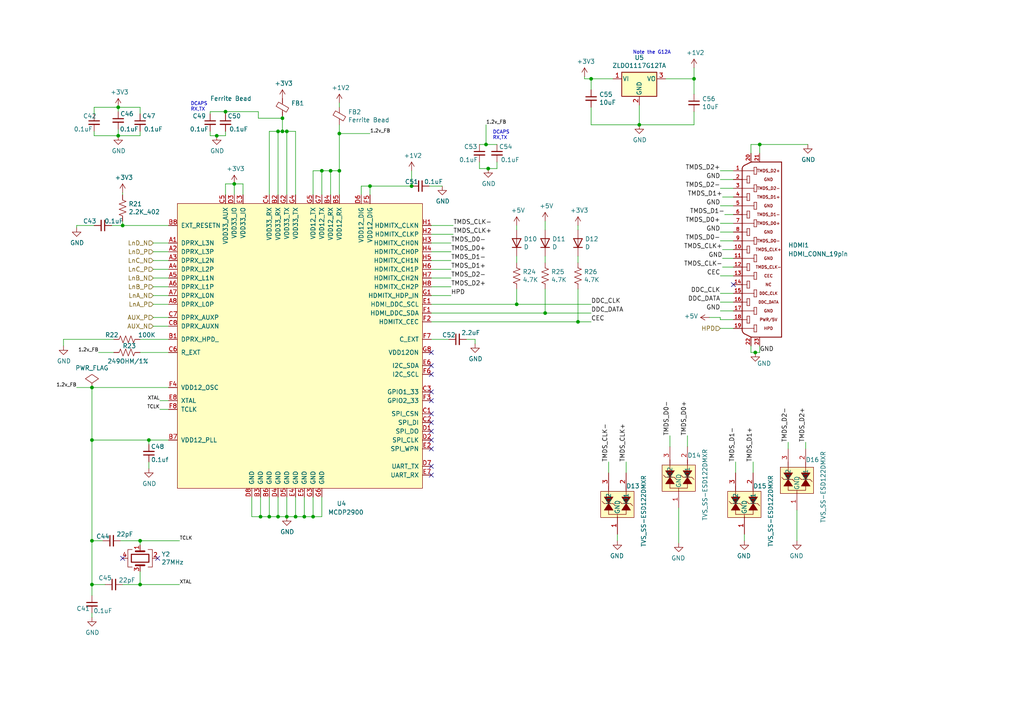
<source format=kicad_sch>
(kicad_sch (version 20211123) (generator eeschema)
  (paper "A4")
  (title_block (title "USB HUB ") (date "2022-08-30") (rev "1.0") (company "N/A") (comment 2 "Reviewed by: ") (comment 3 "Designer by: Robert Mutura"))
  (lib_symbols
    (symbol "Device:C_Small" (pin_numbers hide) (pin_names (offset 0.254) hide)
      (property "Reference" "C" (at 0.254 1.778 0))
      (property "Value" "C_Small" (at 0.254 -2.032 0))
      (symbol "C_Small_1_1"
        (pin passive line (at 0 2.54 270) (length 2.032) (name "~") (number "1"))
        (pin passive line (at 0 -2.54 90) (length 2.032) (name "~") (number "2"))
      )
    )
    (symbol "Device:Crystal_GND24" (pin_names (offset 1.016) hide)
      (property "Reference" "Y" (at 3.175 5.08 0))
      (property "Value" "Crystal_GND24" (at 3.175 3.175 0))
      (symbol "Crystal_GND24_1_1"
        (pin passive line (at -3.81 0 0) (length 1.27) (name "1") (number "1"))
        (pin passive line (at 0 5.08 270) (length 1.27) (name "2") (number "2"))
        (pin passive line (at 3.81 0 180) (length 1.27) (name "3") (number "3"))
        (pin passive line (at 0 -5.08 90) (length 1.27) (name "4") (number "4"))
      )
    )
    (symbol "Device:D" (pin_numbers hide) (pin_names (offset 1.016) hide)
      (property "Reference" "D" (at 0 2.54 0))
      (property "Value" "D" (at 0 -2.54 0))
      (symbol "D_1_1"
        (pin passive line (at -3.81 0 0) (length 2.54) (name "K") (number "1"))
        (pin passive line (at 3.81 0 180) (length 2.54) (name "A") (number "2"))
      )
    )
    (symbol "Device:Ferrite_Bead_Small" (pin_numbers hide) (pin_names (offset 0))
      (property "Reference" "FB" (at 1.905 1.27 0))
      (property "Value" "Device_Ferrite_Bead_Small" (at 1.905 -1.27 0))
      (symbol "Ferrite_Bead_Small_1_1"
        (pin passive line (at 0 2.54 270) (length 1.27) (name "~") (number "1"))
        (pin passive line (at 0 -2.54 90) (length 1.27) (name "~") (number "2"))
      )
    )
    (symbol "Device:R_US" (pin_numbers hide) (pin_names (offset 0))
      (property "Reference" "R" (at 2.54 0 90))
      (property "Value" "R_US" (at -2.54 0 90))
      (symbol "R_US_1_1"
        (pin passive line (at 0 3.81 270) (length 1.27) (name "~") (number "1"))
        (pin passive line (at 0 -3.81 90) (length 1.27) (name "~") (number "2"))
      )
    )
    (symbol "GCL_Connector&USBs:HDMI_CONN_19pin" (pin_names (offset 1.016) hide)
      (property "Reference" "HDMI1" (at -6.35 26.67 0))
      (property "Value" "HDMI_CONN_19pin" (at -5.08 29.21 0))
      (symbol "HDMI_CONN_19pin_0_0"
        (text "CEC" (at -5.08 -7.62 0) (effects (font (size 0.85 0.85))))
        (text "DDC_CLK" (at -5.08 -12.7 0) (effects (font (size 0.8 0.8))))
        (text "DDC_DATA" (at -5.08 -15.24 0) (effects (font (size 0.8 0.8))))
        (text "GND" (at -5.08 -17.78 0) (effects (font (size 0.85 0.85))))
        (text "GND" (at -5.08 -2.54 0) (effects (font (size 0.85 0.85))))
        (text "GND" (at -5.08 5.08 0) (effects (font (size 0.85 0.85))))
        (text "GND" (at -5.08 12.7 0) (effects (font (size 0.85 0.85))))
        (text "GND" (at -5.08 20.32 0) (effects (font (size 0.85 0.85))))
        (text "HPD" (at -5.08 -22.86 0) (effects (font (size 0.85 0.85))))
        (text "NC" (at -5.08 -10.16 0) (effects (font (size 0.85 0.85))))
        (text "PWR/5V" (at -5.08 -20.32 0) (effects (font (size 0.85 0.85))))
        (text "TMDS_CLK+" (at -5.08 0 0) (effects (font (size 0.85 0.85))))
        (text "TMDS_CLK-" (at -5.08 -5.08 0) (effects (font (size 0.85 0.85))))
        (text "TMDS_D0+" (at -5.08 7.62 0) (effects (font (size 0.85 0.85))))
        (text "TMDS_D0-" (at -5.08 2.54 0) (effects (font (size 0.85 0.85))))
        (text "TMDS_D1+" (at -5.08 15.24 0) (effects (font (size 0.85 0.85))))
        (text "TMDS_D1-" (at -5.08 10.16 0) (effects (font (size 0.85 0.85))))
        (text "TMDS_D2+" (at -5.08 22.86 0) (effects (font (size 0.85 0.85))))
        (text "TMDS_D2-" (at -5.08 17.78 0) (effects (font (size 0.85 0.85))))
      )
      (symbol "HDMI_CONN_19pin_1_1"
        (pin input line (at 5.08 22.86 180) (length 2.54) (name "1") (number "1"))
        (pin input line (at 5.08 0 180) (length 2.54) (name "10") (number "10"))
        (pin input line (at 5.08 -2.54 180) (length 2.54) (name "11") (number "11"))
        (pin input line (at 5.08 -5.08 180) (length 2.54) (name "12") (number "12"))
        (pin input line (at 5.08 -7.62 180) (length 2.54) (name "13") (number "13"))
        (pin input line (at 5.08 -10.16 180) (length 2.54) (name "14") (number "14"))
        (pin input line (at 5.08 -12.7 180) (length 2.54) (name "15") (number "15"))
        (pin input line (at 5.08 -15.24 180) (length 2.54) (name "16") (number "16"))
        (pin input line (at 5.08 -17.78 180) (length 2.54) (name "17") (number "17"))
        (pin input line (at 5.08 -20.32 180) (length 2.54) (name "18") (number "18"))
        (pin input line (at 5.08 -22.86 180) (length 2.54) (name "19") (number "19"))
        (pin input line (at 5.08 20.32 180) (length 2.54) (name "2") (number "2"))
        (pin input line (at 0 27.94 270) (length 2.54) (name "20") (number "20"))
        (pin input line (at -2.54 27.94 270) (length 2.54) (name "21") (number "21"))
        (pin input line (at 0 -27.94 90) (length 2.54) (name "22") (number "22"))
        (pin input line (at -2.54 -27.94 90) (length 2.54) (name "23") (number "23"))
        (pin input line (at 5.08 17.78 180) (length 2.54) (name "3") (number "3"))
        (pin input line (at 5.08 15.24 180) (length 2.54) (name "4") (number "4"))
        (pin input line (at 5.08 12.7 180) (length 2.54) (name "5") (number "5"))
        (pin input line (at 5.08 10.16 180) (length 2.54) (name "6") (number "6"))
        (pin input line (at 5.08 7.62 180) (length 2.54) (name "7") (number "7"))
        (pin input line (at 5.08 5.08 180) (length 2.54) (name "8") (number "8"))
        (pin input line (at 5.08 2.54 180) (length 2.54) (name "9") (number "9"))
      )
    )
    (symbol "GCL_Integrated-Circuits:TVS_SS-ESD122DMXR" (pin_names (offset 0.762))
      (property "Reference" "D10" (at 12.7 -5.08 0))
      (property "Value" "TVS_SS-ESD122DMXR" (at 12.065 -18.415 0))
      (symbol "TVS_SS-ESD122DMXR_0_0"
        (pin power_in line (at 21.59 -11.43 180) (length 5.08) (name "GND") (number "1"))
        (pin passive line (at 3.81 -8.89 0) (length 5.08) (name "IO1") (number "2"))
        (pin passive line (at 3.81 -13.97 0) (length 5.08) (name "IO2") (number "3"))
      )
    )
    (symbol "Regulator_Linear:LF85_TO220" (pin_names (offset 0.254))
      (property "Reference" "U" (at -3.81 3.175 0))
      (property "Value" "LF85_TO220" (at 0 3.175 0))
      (symbol "LF85_TO220_1_1"
        (pin power_in line (at -7.62 0 0) (length 2.54) (name "VI") (number "1"))
        (pin power_in line (at 0 -7.62 90) (length 2.54) (name "GND") (number "2"))
        (pin power_out line (at 7.62 0 180) (length 2.54) (name "VO") (number "3"))
      )
    )
    (symbol "USB_C_HUB-rescue:+3.3V-OLIMEX_Power" (power) (pin_names (offset 0))
      (property "Value" "+3.3V-OLIMEX_Power" (at 0 3.556 0))
      (symbol "+3.3V-OLIMEX_Power_1_1"
        (pin power_in line (at 0 0 90) (length 0) hide (name "+3V3") (number "1"))
      )
    )
    (symbol "USB_C_HUB-rescue:+5V-OLIMEX_Power" (power) (pin_names (offset 0))
      (property "Value" "+5V-OLIMEX_Power" (at 0 3.556 0))
      (symbol "+5V-OLIMEX_Power_1_1"
        (pin power_in line (at 0 0 90) (length 0) hide (name "+5V") (number "1"))
      )
    )
    (symbol "USB_C_HUB-rescue:GND-OLIMEX_Power" (power) (pin_names (offset 0))
      (property "Value" "GND-OLIMEX_Power" (at 0 -3.81 0))
      (symbol "GND-OLIMEX_Power_1_1"
        (pin power_in line (at 0 0 270) (length 0) hide (name "GND") (number "1"))
      )
    )
    (symbol "USB_C_HUB-rescue:MCDP2900-usb_hub" (pin_names (offset 1.016))
      (property "Reference" "U" (at -33.02 3.81 0))
      (property "Value" "MCDP2900-usb_hub" (at -33.02 1.27 0))
      (symbol "MCDP2900-usb_hub_0_0"
        (pin power_in line (at -2.54 2.54 270) (length 2.54) (name "VDD33_RX") (number "B2"))
        (pin power_in line (at -7.62 -85.09 90) (length 2.54) (name "GND") (number "B3"))
        (pin power_in line (at 12.7 2.54 270) (length 2.54) (name "VDD12_RX") (number "B4"))
        (pin power_in line (at 15.24 2.54 270) (length 2.54) (name "VDD12_RX") (number "B5"))
        (pin power_in line (at -5.08 -85.09 90) (length 2.54) (name "GND") (number "B6"))
        (pin power_in line (at -34.29 -68.58 0) (length 2.54) (name "VDD12_PLL") (number "B7"))
        (pin power_in line (at -5.08 2.54 270) (length 2.54) (name "VDD33_RX") (number "C4"))
        (pin power_in line (at -17.78 2.54 270) (length 2.54) (name "VDD33_AUX") (number "C5"))
        (pin power_in line (at -15.24 2.54 270) (length 2.54) (name "VDD33_IO") (number "D3"))
        (pin power_in line (at -2.54 -85.09 90) (length 2.54) (name "GND") (number "D4"))
        (pin power_in line (at 0 -85.09 90) (length 2.54) (name "GND") (number "D5"))
        (pin power_in line (at 21.59 2.54 270) (length 2.54) (name "VDD12_DIG") (number "D6"))
        (pin power_in line (at -10.16 -85.09 90) (length 2.54) (name "GND") (number "D8"))
        (pin power_in line (at -12.7 2.54 270) (length 2.54) (name "VDD33_IO") (number "E3"))
        (pin power_in line (at 2.54 -85.09 90) (length 2.54) (name "GND") (number "E4"))
        (pin power_in line (at 5.08 -85.09 90) (length 2.54) (name "GND") (number "E5"))
        (pin power_in line (at -34.29 -53.34 0) (length 2.54) (name "VDD12_OSC") (number "F4"))
        (pin power_in line (at 24.13 2.54 270) (length 2.54) (name "VDD12_DIG") (number "F5"))
        (pin power_in line (at 0 2.54 270) (length 2.54) (name "VDD33_TX") (number "G2"))
        (pin power_in line (at 7.62 -85.09 90) (length 2.54) (name "GND") (number "G3"))
        (pin power_in line (at 2.54 2.54 270) (length 2.54) (name "VDD33_TX") (number "G4"))
        (pin power_in line (at 7.62 2.54 270) (length 2.54) (name "VDD12_TX") (number "G5"))
        (pin power_in line (at 10.16 -85.09 90) (length 2.54) (name "GND") (number "G6"))
        (pin power_in line (at 10.16 2.54 270) (length 2.54) (name "VDD12_TX") (number "G7"))
      )
      (symbol "MCDP2900-usb_hub_1_1"
        (pin input line (at -34.29 -11.43 0) (length 2.54) (name "DPRX_L3N") (number "A1"))
        (pin input line (at -34.29 -13.97 0) (length 2.54) (name "DPRX_L3P") (number "A2"))
        (pin input line (at -34.29 -16.51 0) (length 2.54) (name "DPRX_L2N") (number "A3"))
        (pin input line (at -34.29 -19.05 0) (length 2.54) (name "DPRX_L2P") (number "A4"))
        (pin input line (at -34.29 -21.59 0) (length 2.54) (name "DPRX_L1N") (number "A5"))
        (pin input line (at -34.29 -24.13 0) (length 2.54) (name "DPRX_L1P") (number "A6"))
        (pin input line (at -34.29 -26.67 0) (length 2.54) (name "DPRX_L0N") (number "A7"))
        (pin input line (at -34.29 -29.21 0) (length 2.54) (name "DPRX_L0P") (number "A8"))
        (pin input line (at -34.29 -39.37 0) (length 2.54) (name "DPRX_HPD_") (number "B1"))
        (pin input line (at -34.29 -6.35 0) (length 2.54) (name "EXT_RESETN") (number "B8"))
        (pin output line (at 41.91 -60.96 180) (length 2.54) (name "SPI_CSN") (number "C1"))
        (pin input line (at 41.91 -63.5 180) (length 2.54) (name "SPI_DI") (number "C2"))
        (pin output line (at 41.91 -54.61 180) (length 2.54) (name "GPIO1_33") (number "C3"))
        (pin input line (at -34.29 -43.18 0) (length 2.54) (name "R_EXT") (number "C6"))
        (pin input line (at -34.29 -33.02 0) (length 2.54) (name "DPRX_AUXP") (number "C7"))
        (pin input line (at -34.29 -35.56 0) (length 2.54) (name "DPRX_AUXN") (number "C8"))
        (pin input line (at 41.91 -66.04 180) (length 2.54) (name "SPI_DO") (number "D1"))
        (pin output line (at 41.91 -68.58 180) (length 2.54) (name "SPI_CLK") (number "D2"))
        (pin output line (at 41.91 -76.2 180) (length 2.54) (name "UART_TX") (number "D7"))
        (pin output line (at 41.91 -29.21 180) (length 2.54) (name "HDMI_DDC_SCL") (number "E1"))
        (pin output line (at 41.91 -71.12 180) (length 2.54) (name "SPI_WPN") (number "E2"))
        (pin output line (at 41.91 -46.99 180) (length 2.54) (name "I2C_SDA") (number "E6"))
        (pin output line (at 41.91 -78.74 180) (length 2.54) (name "UART_RX") (number "E7"))
        (pin input line (at -34.29 -57.15 0) (length 2.54) (name "XTAL") (number "E8"))
        (pin output line (at 41.91 -31.75 180) (length 2.54) (name "HDMI_DDC_SDA") (number "F1"))
        (pin output line (at 41.91 -34.29 180) (length 2.54) (name "HDMITX_CEC") (number "F2"))
        (pin output line (at 41.91 -57.15 180) (length 2.54) (name "GPIO2_33") (number "F3"))
        (pin output line (at 41.91 -49.53 180) (length 2.54) (name "I2C_SCL") (number "F6"))
        (pin output line (at 41.91 -39.37 180) (length 2.54) (name "C_EXT") (number "F7"))
        (pin input line (at -34.29 -59.69 0) (length 2.54) (name "TCLK") (number "F8"))
        (pin input line (at 41.91 -26.67 180) (length 2.54) (name "HDMITX_HDP_IN") (number "G1"))
        (pin output line (at 41.91 -43.18 180) (length 2.54) (name "VDD12ON") (number "G8"))
        (pin output line (at 41.91 -6.35 180) (length 2.54) (name "HDMITX_CLKN") (number "H1"))
        (pin output line (at 41.91 -8.89 180) (length 2.54) (name "HDMITX_CLKP") (number "H2"))
        (pin output line (at 41.91 -11.43 180) (length 2.54) (name "HDMITX_CH0N") (number "H3"))
        (pin output line (at 41.91 -13.97 180) (length 2.54) (name "HDMITX_CH0P") (number "H4"))
        (pin output line (at 41.91 -16.51 180) (length 2.54) (name "HDMITX_CH1N") (number "H5"))
        (pin output line (at 41.91 -19.05 180) (length 2.54) (name "HDMITX_CH1P") (number "H6"))
        (pin output line (at 41.91 -21.59 180) (length 2.54) (name "HDMITX_CH2N") (number "H7"))
        (pin output line (at 41.91 -24.13 180) (length 2.54) (name "HDMITX_CH2P") (number "H8"))
      )
    )
    (symbol "USB_C_HUB-rescue:PWR_FLAG-OLIMEX_Power" (power) (pin_numbers hide) (pin_names (offset 0) hide)
      (property "Value" "PWR_FLAG-OLIMEX_Power" (at 0 4.572 0))
      (symbol "PWR_FLAG-OLIMEX_Power_0_0"
        (pin power_out line (at 0 0 90) (length 0) (name "pwr") (number "1"))
      )
    )
    (symbol "power:+1V2" (power) (pin_names (offset 0))
      (property "Value" "+1V2" (at 0 3.556 0))
      (symbol "+1V2_1_1"
        (pin power_in line (at 0 0 90) (length 0) hide (name "+1V2") (number "1"))
      )
    )
  )
  (junction (at 81.915 38.1))
  (junction (at 26.67 156.845))
  (junction (at 67.945 53.34))
  (junction (at 40.64 169.545))
  (junction (at 220.345 41.91))
  (junction (at 34.29 31.115))
  (junction (at 158.115 90.805))
  (junction (at 65.405 32.385))
  (junction (at 75.565 149.86))
  (junction (at 85.725 149.86))
  (junction (at 185.42 36.195))
  (junction (at 141.605 48.895))
  (junction (at 78.105 149.86))
  (junction (at 95.885 49.53))
  (junction (at 26.67 112.395))
  (junction (at 35.56 65.405))
  (junction (at 80.645 38.1))
  (junction (at 43.18 127.635))
  (junction (at 83.185 38.1))
  (junction (at 201.295 22.86))
  (junction (at 140.97 41.91))
  (junction (at 40.64 156.845))
  (junction (at 80.645 149.86))
  (junction (at 219.075 102.235))
  (junction (at 98.425 38.735))
  (junction (at 83.185 149.86))
  (junction (at 171.45 22.86))
  (junction (at 167.64 93.345))
  (junction (at 26.67 127.635))
  (junction (at 34.29 39.37))
  (junction (at 88.265 149.86))
  (junction (at 62.865 39.37))
  (junction (at 149.86 88.265))
  (junction (at 107.315 53.975))
  (junction (at 119.38 53.975))
  (junction (at 93.345 49.53))
  (junction (at 81.915 34.29))
  (junction (at 90.805 149.86))
  (junction (at 26.67 169.545))
  (junction (at 98.425 49.53))
  (no_connect (at 125.095 108.585))
  (no_connect (at 125.095 102.235))
  (no_connect (at 125.095 137.795))
  (no_connect (at 212.725 82.55))
  (no_connect (at 125.095 130.175))
  (no_connect (at 125.095 116.205))
  (no_connect (at 125.095 127.635))
  (no_connect (at 45.72 161.925))
  (no_connect (at 125.095 106.045))
  (no_connect (at 125.095 120.015))
  (no_connect (at 125.095 122.555))
  (no_connect (at 35.56 161.925))
  (no_connect (at 125.095 125.095))
  (no_connect (at 125.095 113.665))
  (no_connect (at 125.095 135.255))
  (wire (pts (xy 98.425 38.735) (xy 107.315 38.735)))
  (wire (pts (xy 48.895 92.075) (xy 44.45 92.075)))
  (wire (pts (xy 149.86 88.265) (xy 171.45 88.265)))
  (wire (pts (xy 95.885 56.515) (xy 95.885 49.53)))
  (wire (pts (xy 125.095 70.485) (xy 130.81 70.485)))
  (wire (pts (xy 73.025 149.86) (xy 75.565 149.86)))
  (wire (pts (xy 46.355 118.745) (xy 48.895 118.745)))
  (wire (pts (xy 90.805 144.145) (xy 90.805 149.86)))
  (wire (pts (xy 209.55 74.93) (xy 212.725 74.93)))
  (wire (pts (xy 48.895 80.645) (xy 44.45 80.645)))
  (wire (pts (xy 95.885 49.53) (xy 98.425 49.53)))
  (wire (pts (xy 35.56 56.515) (xy 35.56 55.88)))
  (wire (pts (xy 90.805 56.515) (xy 90.805 49.53)))
  (wire (pts (xy 219.075 102.235) (xy 220.345 102.235)))
  (wire (pts (xy 215.9 154.94) (xy 215.9 156.845)))
  (wire (pts (xy 81.915 34.29) (xy 74.93 34.29)))
  (wire (pts (xy 40.64 156.845) (xy 34.925 156.845)))
  (wire (pts (xy 125.095 85.725) (xy 130.81 85.725)))
  (wire (pts (xy 62.865 39.37) (xy 65.405 39.37)))
  (wire (pts (xy 196.85 147.32) (xy 196.85 157.48)))
  (wire (pts (xy 74.93 34.29) (xy 74.93 32.385)))
  (wire (pts (xy 43.18 135.89) (xy 43.18 133.985)))
  (wire (pts (xy 98.425 49.53) (xy 98.425 56.515)))
  (wire (pts (xy 181.61 133.985) (xy 181.61 137.16)))
  (wire (pts (xy 220.345 41.91) (xy 234.315 41.91)))
  (wire (pts (xy 125.095 78.105) (xy 130.81 78.105)))
  (wire (pts (xy 44.45 78.105) (xy 48.895 78.105)))
  (wire (pts (xy 208.915 54.61) (xy 212.725 54.61)))
  (wire (pts (xy 88.265 149.86) (xy 90.805 149.86)))
  (wire (pts (xy 171.45 26.035) (xy 171.45 22.86)))
  (wire (pts (xy 93.345 49.53) (xy 95.885 49.53)))
  (wire (pts (xy 169.545 22.86) (xy 169.545 22.225)))
  (wire (pts (xy 137.795 98.425) (xy 137.795 99.695)))
  (wire (pts (xy 26.67 112.395) (xy 48.895 112.395)))
  (wire (pts (xy 158.115 64.135) (xy 158.115 66.675)))
  (wire (pts (xy 125.095 83.185) (xy 130.81 83.185)))
  (wire (pts (xy 140.97 41.91) (xy 139.065 41.91)))
  (wire (pts (xy 98.425 36.195) (xy 98.425 38.735)))
  (wire (pts (xy 158.115 74.295) (xy 158.115 76.2)))
  (wire (pts (xy 78.105 144.145) (xy 78.105 149.86)))
  (wire (pts (xy 107.315 56.515) (xy 107.315 53.975)))
  (wire (pts (xy 125.095 93.345) (xy 167.64 93.345)))
  (wire (pts (xy 34.29 37.465) (xy 34.29 39.37)))
  (wire (pts (xy 78.105 149.86) (xy 80.645 149.86)))
  (wire (pts (xy 48.895 127.635) (xy 43.18 127.635)))
  (wire (pts (xy 208.915 92.075) (xy 205.74 92.075)))
  (wire (pts (xy 44.45 83.185) (xy 48.895 83.185)))
  (wire (pts (xy 208.915 69.85) (xy 212.725 69.85)))
  (wire (pts (xy 48.895 116.205) (xy 46.355 116.205)))
  (wire (pts (xy 44.45 73.025) (xy 48.895 73.025)))
  (wire (pts (xy 83.185 149.86) (xy 85.725 149.86)))
  (wire (pts (xy 139.065 48.895) (xy 141.605 48.895)))
  (wire (pts (xy 98.425 38.735) (xy 98.425 49.53)))
  (wire (pts (xy 40.64 158.115) (xy 40.64 156.845)))
  (wire (pts (xy 125.095 88.265) (xy 149.86 88.265)))
  (wire (pts (xy 48.895 70.485) (xy 44.45 70.485)))
  (wire (pts (xy 43.18 128.905) (xy 43.18 127.635)))
  (wire (pts (xy 65.405 32.385) (xy 60.96 32.385)))
  (wire (pts (xy 26.67 112.395) (xy 22.225 112.395)))
  (wire (pts (xy 149.86 65.405) (xy 149.86 66.675)))
  (wire (pts (xy 217.805 102.235) (xy 219.075 102.235)))
  (wire (pts (xy 48.895 85.725) (xy 44.45 85.725)))
  (wire (pts (xy 212.725 72.39) (xy 209.55 72.39)))
  (wire (pts (xy 212.725 62.23) (xy 210.185 62.23)))
  (wire (pts (xy 119.38 49.53) (xy 119.38 53.975)))
  (wire (pts (xy 104.775 53.975) (xy 107.315 53.975)))
  (wire (pts (xy 22.225 65.405) (xy 22.225 66.04)))
  (wire (pts (xy 213.36 137.16) (xy 213.36 133.985)))
  (wire (pts (xy 85.725 38.1) (xy 85.725 56.515)))
  (wire (pts (xy 35.56 65.405) (xy 32.385 65.405)))
  (wire (pts (xy 81.915 38.1) (xy 80.645 38.1)))
  (wire (pts (xy 65.405 33.02) (xy 65.405 32.385)))
  (wire (pts (xy 60.96 39.37) (xy 62.865 39.37)))
  (wire (pts (xy 90.805 149.86) (xy 93.345 149.86)))
  (wire (pts (xy 18.415 98.425) (xy 18.415 100.33)))
  (wire (pts (xy 40.64 165.735) (xy 40.64 169.545)))
  (wire (pts (xy 40.64 98.425) (xy 48.895 98.425)))
  (wire (pts (xy 169.545 22.86) (xy 171.45 22.86)))
  (wire (pts (xy 27.305 38.1) (xy 27.305 39.37)))
  (wire (pts (xy 208.915 67.31) (xy 212.725 67.31)))
  (wire (pts (xy 26.67 156.845) (xy 26.67 169.545)))
  (wire (pts (xy 88.265 144.145) (xy 88.265 149.86)))
  (wire (pts (xy 217.805 41.91) (xy 220.345 41.91)))
  (wire (pts (xy 83.185 144.145) (xy 83.185 149.86)))
  (wire (pts (xy 167.64 65.405) (xy 167.64 66.675)))
  (wire (pts (xy 26.67 127.635) (xy 26.67 156.845)))
  (wire (pts (xy 34.29 32.385) (xy 34.29 31.115)))
  (wire (pts (xy 233.68 128.27) (xy 233.68 130.175)))
  (wire (pts (xy 167.64 74.295) (xy 167.64 76.2)))
  (wire (pts (xy 40.64 39.37) (xy 40.64 38.1)))
  (wire (pts (xy 176.53 133.985) (xy 176.53 137.16)))
  (wire (pts (xy 128.27 53.975) (xy 124.46 53.975)))
  (wire (pts (xy 231.14 147.955) (xy 231.14 156.845)))
  (wire (pts (xy 194.31 129.54) (xy 194.31 126.365)))
  (wire (pts (xy 85.725 149.86) (xy 88.265 149.86)))
  (wire (pts (xy 48.895 65.405) (xy 35.56 65.405)))
  (wire (pts (xy 67.945 56.515) (xy 67.945 53.34)))
  (wire (pts (xy 65.405 56.515) (xy 65.405 53.34)))
  (wire (pts (xy 29.845 156.845) (xy 26.67 156.845)))
  (wire (pts (xy 125.095 80.645) (xy 130.81 80.645)))
  (wire (pts (xy 141.605 48.895) (xy 144.145 48.895)))
  (wire (pts (xy 140.97 36.195) (xy 140.97 41.91)))
  (wire (pts (xy 135.255 98.425) (xy 137.795 98.425)))
  (wire (pts (xy 125.095 98.425) (xy 130.175 98.425)))
  (wire (pts (xy 27.305 65.405) (xy 22.225 65.405)))
  (wire (pts (xy 40.64 33.02) (xy 40.64 31.115)))
  (wire (pts (xy 93.345 144.145) (xy 93.345 149.86)))
  (wire (pts (xy 149.86 74.295) (xy 149.86 76.2)))
  (wire (pts (xy 212.725 64.77) (xy 208.915 64.77)))
  (wire (pts (xy 217.805 100.33) (xy 217.805 102.235)))
  (wire (pts (xy 26.67 112.395) (xy 26.67 127.635)))
  (wire (pts (xy 171.45 22.86) (xy 177.8 22.86)))
  (wire (pts (xy 33.02 102.235) (xy 28.575 102.235)))
  (wire (pts (xy 44.45 94.615) (xy 48.895 94.615)))
  (wire (pts (xy 201.295 36.195) (xy 201.295 32.385)))
  (wire (pts (xy 201.295 22.86) (xy 201.295 19.685)))
  (wire (pts (xy 167.64 93.345) (xy 171.45 93.345)))
  (wire (pts (xy 65.405 53.34) (xy 67.945 53.34)))
  (wire (pts (xy 81.915 38.1) (xy 83.185 38.1)))
  (wire (pts (xy 208.915 92.71) (xy 208.915 92.075)))
  (wire (pts (xy 201.295 27.305) (xy 201.295 22.86)))
  (wire (pts (xy 80.645 38.1) (xy 78.105 38.1)))
  (wire (pts (xy 212.725 49.53) (xy 208.915 49.53)))
  (wire (pts (xy 48.895 75.565) (xy 44.45 75.565)))
  (wire (pts (xy 199.39 129.54) (xy 199.39 126.365)))
  (wire (pts (xy 125.095 73.025) (xy 130.81 73.025)))
  (wire (pts (xy 26.67 127.635) (xy 43.18 127.635)))
  (wire (pts (xy 208.915 90.17) (xy 212.725 90.17)))
  (wire (pts (xy 185.42 36.195) (xy 185.42 30.48)))
  (wire (pts (xy 171.45 31.115) (xy 171.45 36.195)))
  (wire (pts (xy 80.645 144.145) (xy 80.645 149.86)))
  (wire (pts (xy 26.67 169.545) (xy 26.67 172.72)))
  (wire (pts (xy 44.45 88.265) (xy 48.895 88.265)))
  (wire (pts (xy 40.64 156.845) (xy 52.07 156.845)))
  (wire (pts (xy 18.415 98.425) (xy 33.02 98.425)))
  (wire (pts (xy 75.565 144.145) (xy 75.565 149.86)))
  (wire (pts (xy 74.93 32.385) (xy 65.405 32.385)))
  (wire (pts (xy 35.56 169.545) (xy 40.64 169.545)))
  (wire (pts (xy 149.86 83.82) (xy 149.86 88.265)))
  (wire (pts (xy 131.445 65.405) (xy 125.095 65.405)))
  (wire (pts (xy 208.915 95.25) (xy 212.725 95.25)))
  (wire (pts (xy 81.915 34.29) (xy 81.915 38.1)))
  (wire (pts (xy 193.04 22.86) (xy 201.295 22.86)))
  (wire (pts (xy 26.67 179.07) (xy 26.67 177.8)))
  (wire (pts (xy 228.6 128.27) (xy 228.6 130.175)))
  (wire (pts (xy 34.29 39.37) (xy 40.64 39.37)))
  (wire (pts (xy 212.725 57.15) (xy 209.55 57.15)))
  (wire (pts (xy 104.775 56.515) (xy 104.775 53.975)))
  (wire (pts (xy 185.42 36.195) (xy 201.295 36.195)))
  (wire (pts (xy 85.725 144.145) (xy 85.725 149.86)))
  (wire (pts (xy 98.425 31.115) (xy 98.425 29.845)))
  (wire (pts (xy 125.095 75.565) (xy 130.81 75.565)))
  (wire (pts (xy 93.345 49.53) (xy 93.345 56.515)))
  (wire (pts (xy 65.405 39.37) (xy 65.405 38.1)))
  (wire (pts (xy 208.915 87.63) (xy 212.725 87.63)))
  (wire (pts (xy 26.67 169.545) (xy 30.48 169.545)))
  (wire (pts (xy 80.645 149.86) (xy 83.185 149.86)))
  (wire (pts (xy 158.115 90.805) (xy 171.45 90.805)))
  (wire (pts (xy 67.945 53.34) (xy 70.485 53.34)))
  (wire (pts (xy 73.025 144.145) (xy 73.025 149.86)))
  (wire (pts (xy 220.345 102.235) (xy 220.345 100.33)))
  (wire (pts (xy 167.64 83.82) (xy 167.64 93.345)))
  (wire (pts (xy 80.645 56.515) (xy 80.645 38.1)))
  (wire (pts (xy 75.565 149.86) (xy 78.105 149.86)))
  (wire (pts (xy 78.105 38.1) (xy 78.105 56.515)))
  (wire (pts (xy 212.725 80.01) (xy 208.915 80.01)))
  (wire (pts (xy 27.305 31.115) (xy 34.29 31.115)))
  (wire (pts (xy 212.725 59.69) (xy 208.915 59.69)))
  (wire (pts (xy 60.96 38.1) (xy 60.96 39.37)))
  (wire (pts (xy 90.805 49.53) (xy 93.345 49.53)))
  (wire (pts (xy 125.095 67.945) (xy 131.445 67.945)))
  (wire (pts (xy 209.55 77.47) (xy 212.725 77.47)))
  (wire (pts (xy 81.915 33.655) (xy 81.915 34.29)))
  (wire (pts (xy 220.345 44.45) (xy 220.345 41.91)))
  (wire (pts (xy 27.305 39.37) (xy 34.29 39.37)))
  (wire (pts (xy 212.725 92.71) (xy 208.915 92.71)))
  (wire (pts (xy 218.44 137.16) (xy 218.44 133.985)))
  (wire (pts (xy 83.185 38.1) (xy 83.185 56.515)))
  (wire (pts (xy 144.145 41.91) (xy 140.97 41.91)))
  (wire (pts (xy 35.56 64.135) (xy 35.56 65.405)))
  (wire (pts (xy 139.065 46.99) (xy 139.065 48.895)))
  (wire (pts (xy 107.315 53.975) (xy 119.38 53.975)))
  (wire (pts (xy 52.07 169.545) (xy 40.64 169.545)))
  (wire (pts (xy 70.485 53.34) (xy 70.485 56.515)))
  (wire (pts (xy 208.915 85.09) (xy 212.725 85.09)))
  (wire (pts (xy 208.915 52.07) (xy 212.725 52.07)))
  (wire (pts (xy 144.145 48.895) (xy 144.145 46.99)))
  (wire (pts (xy 40.64 102.235) (xy 48.895 102.235)))
  (wire (pts (xy 125.095 90.805) (xy 158.115 90.805)))
  (wire (pts (xy 60.96 32.385) (xy 60.96 33.02)))
  (wire (pts (xy 27.305 33.02) (xy 27.305 31.115)))
  (wire (pts (xy 171.45 36.195) (xy 185.42 36.195)))
  (wire (pts (xy 158.115 83.82) (xy 158.115 90.805)))
  (wire (pts (xy 40.64 31.115) (xy 34.29 31.115)))
  (wire (pts (xy 217.805 44.45) (xy 217.805 41.91)))
  (wire (pts (xy 179.07 154.94) (xy 179.07 156.845)))
  (wire (pts (xy 83.185 38.1) (xy 85.725 38.1)))
  (text "DCAPS\nRX,TX" (at 55.245 32.385 0) (effects (font (size 0.9906 0.9906)) (justify left bottom)))
  (text "DCAPS\nRX,TX" (at 142.875 40.64 0) (effects (font (size 0.9906 0.9906)) (justify left bottom)))
  (text "Note the G12A" (at 183.515 15.875 0) (effects (font (size 0.9906 0.9906)) (justify left bottom)))
  (label "TMDS_D0-" (at 208.915 69.85 180))
  (label "XTAL" (at 52.07 169.545 0) (effects (font (size 0.9906 0.9906))))
  (label "DDC_CLK" (at 171.45 88.265 0))
  (label "GND" (at 208.915 67.31 180))
  (label "GND" (at 208.915 52.07 180))
  (label "1.2v_FB" (at 140.97 36.195 0) (effects (font (size 0.9906 0.9906))))
  (label "CEC" (at 208.915 80.01 180))
  (label "TMDS_D2+" (at 130.81 83.185 0))
  (label "TMDS_D0-" (at 130.81 70.485 0))
  (label "GND" (at 209.55 74.93 180))
  (label "GND" (at 220.345 102.235 0))
  (label "TMDS_D2-" (at 228.6 128.27 90))
  (label "TMDS_CLK-" (at 131.445 65.405 0))
  (label "1.2v_FB" (at 28.575 102.235 180) (effects (font (size 0.9906 0.9906))))
  (label "TCLK" (at 46.355 118.745 180) (effects (font (size 0.9906 0.9906))))
  (label "TMDS_D1+" (at 209.55 57.15 180))
  (label "DDC_CLK" (at 208.915 85.09 180))
  (label "GND" (at 208.915 90.17 180))
  (label "HPD" (at 130.81 85.725 0))
  (label "1.2v_FB" (at 22.225 112.395 180) (effects (font (size 0.9906 0.9906))))
  (label "TMDS_CLK-" (at 209.55 77.47 180))
  (label "GND" (at 208.915 59.69 180))
  (label "CEC" (at 171.45 93.345 0))
  (label "TMDS_D0+" (at 130.81 73.025 0))
  (label "TMDS_D1-" (at 130.81 75.565 0))
  (label "DDC_DATA" (at 208.915 87.63 180))
  (label "TMDS_D0+" (at 199.39 126.365 90))
  (label "TMDS_D1-" (at 210.185 62.23 180))
  (label "TMDS_D0-" (at 194.31 126.365 90))
  (label "TMDS_CLK+" (at 131.445 67.945 0))
  (label "TMDS_D1+" (at 218.44 133.985 90))
  (label "TMDS_D2-" (at 130.81 80.645 0))
  (label "TMDS_D2+" (at 208.915 49.53 180))
  (label "TMDS_CLK-" (at 176.53 133.985 90))
  (label "TCLK" (at 52.07 156.845 0) (effects (font (size 0.9906 0.9906))))
  (label "TMDS_D2-" (at 208.915 54.61 180))
  (label "TMDS_CLK+" (at 209.55 72.39 180))
  (label "DDC_DATA" (at 171.45 90.805 0))
  (label "TMDS_D2+" (at 233.68 128.27 90))
  (label "1.2v_FB" (at 107.315 38.735 0) (effects (font (size 0.9906 0.9906))))
  (label "TMDS_D0+" (at 208.915 64.77 180))
  (label "TMDS_D1+" (at 130.81 78.105 0))
  (label "XTAL" (at 46.355 116.205 180) (effects (font (size 0.9906 0.9906))))
  (label "TMDS_CLK+" (at 181.61 133.985 90))
  (label "TMDS_D1-" (at 213.36 133.985 90))
  (hierarchical_label "HPD" (shape input) (at 208.915 95.25 180))
  (hierarchical_label "LnD_P" (shape input) (at 44.45 73.025 180))
  (hierarchical_label "LnB_P" (shape input) (at 44.45 83.185 180))
  (hierarchical_label "AUX_N" (shape input) (at 44.45 94.615 180))
  (hierarchical_label "LnC_P" (shape input) (at 44.45 78.105 180))
  (hierarchical_label "LnD_N" (shape input) (at 44.45 70.485 180))
  (hierarchical_label "AUX_P" (shape input) (at 44.45 92.075 180))
  (hierarchical_label "LnB_N" (shape input) (at 44.45 80.645 180))
  (hierarchical_label "LnA_P" (shape input) (at 44.45 88.265 180))
  (hierarchical_label "LnA_N" (shape input) (at 44.45 85.725 180))
  (hierarchical_label "LnC_N" (shape input) (at 44.45 75.565 180))
  (symbol (lib_id "USB_C_HUB-rescue:GND-OLIMEX_Power") (at 83.185 149.86 0) (unit 1)
    (property "Reference" "#PWR055" (effects hide))
    (property "Value" "GND" (at 83.312 154.2542 0))
  )
  (symbol (lib_id "USB_C_HUB-rescue:+3.3V-OLIMEX_Power") (at 35.56 55.88 0) (unit 1)
    (property "Reference" "#PWR050" (effects hide))
    (property "Value" "+3.3V" (at 35.941 51.4858 0))
  )
  (symbol (lib_id "Device:R_US") (at 35.56 60.325 0) (unit 1)
    (property "Reference" "R21" (at 37.2872 59.1566 0) (effects (justify left)))
    (property "Value" "2.2K_402" (at 37.2872 61.468 0) (effects (justify left)))
    (property "Footprint" "Resistor_SMD:R_0402_1005Metric" (effects hide))
    (property "Mfr No." "0402WGJ0222TCE" (effects hide))
  )
  (symbol (lib_id "USB_C_HUB-rescue:MCDP2900-usb_hub") (at 83.185 59.055 0) (unit 1)
    (property "Reference" "U4" (at 99.06 146.05 0))
    (property "Value" "MCDP2900" (at 100.33 148.59 0))
    (property "Footprint" "greencharge-footprints:BGA-64_8x8_7.0x7.0mm_MCDP2900" (effects hide))
  )
  (symbol (lib_id "Device:R_US") (at 36.83 102.235 270) (unit 1)
    (property "Reference" "R23" (at 35.56 100.33 90) (effects (justify left)))
    (property "Value" "249OHM/1%" (at 31.115 104.775 90) (effects (justify left)))
    (property "Footprint" "Resistor_SMD:R_0603_1608Metric" (effects hide))
    (property "Mfr No." "ARG03BTC2490" (effects hide))
  )
  (symbol (lib_id "Regulator_Linear:LF85_TO220") (at 185.42 22.86 0) (unit 1)
    (property "Reference" "U5" (at 185.42 16.7132 0))
    (property "Value" "ZLDO1117G12TA" (at 185.42 19.0246 0))
    (property "Footprint" "Package_TO_SOT_SMD:SOT-223-3_TabPin2" (effects hide))
    (property "Datasheet" "https://www.digikey.com/en/products/detail/diodes-incorporated/ZLDO1117G12TA/2095588" (effects hide))
  )
  (symbol (lib_id "USB_C_HUB-rescue:+3.3V-OLIMEX_Power") (at 169.545 22.225 0) (unit 1)
    (property "Reference" "#PWR064" (effects hide))
    (property "Value" "+3.3V" (at 169.926 17.8308 0))
  )
  (symbol (lib_id "power:+1V2") (at 201.295 19.685 0) (unit 1)
    (property "Reference" "#PWR068" (effects hide))
    (property "Value" "+1V2" (at 201.676 15.2908 0))
  )
  (symbol (lib_id "Device:C_Small") (at 171.45 28.575 0) (unit 1)
    (property "Reference" "C55" (at 173.7868 27.4066 0) (effects (justify left)))
    (property "Value" "10uF" (at 173.7868 29.718 0) (effects (justify left)))
    (property "Footprint" "Capacitor_SMD:C_0603_1608Metric" (effects hide))
  )
  (symbol (lib_id "Device:C_Small") (at 201.295 29.845 0) (unit 1)
    (property "Reference" "C56" (at 203.6318 28.6766 0) (effects (justify left)))
    (property "Value" "10uF" (at 203.6318 30.988 0) (effects (justify left)))
    (property "Footprint" "Capacitor_SMD:C_0603_1608Metric" (effects hide))
  )
  (symbol (lib_id "USB_C_HUB-rescue:GND-OLIMEX_Power") (at 185.42 36.195 0) (unit 1)
    (property "Reference" "#PWR066" (effects hide))
    (property "Value" "GND" (at 185.547 40.5892 0))
  )
  (symbol (lib_id "USB_C_HUB-rescue:+3.3V-OLIMEX_Power") (at 81.915 28.575 0) (unit 1)
    (property "Reference" "#PWR054" (effects hide))
    (property "Value" "+3.3V" (at 82.296 24.1808 0))
  )
  (symbol (lib_id "Device:Ferrite_Bead_Small") (at 81.915 31.115 0) (unit 1)
    (property "Reference" "FB1" (at 84.455 29.9466 0) (effects (justify left)))
    (property "Value" "Ferrite Bead" (at 60.96 28.575 0) (effects (justify left)))
    (property "Footprint" "Inductor_SMD:L_0603_1608Metric" (effects hide))
  )
  (symbol (lib_id "USB_C_HUB-rescue:+3.3V-OLIMEX_Power") (at 67.945 53.34 0) (unit 1)
    (property "Reference" "#PWR053" (effects hide))
    (property "Value" "+3.3V" (at 68.326 48.9458 0))
  )
  (symbol (lib_id "Device:C_Small") (at 65.405 35.56 0) (unit 1)
    (property "Reference" "C50" (at 67.945 33.655 0))
    (property "Value" "0.1uF" (at 69.215 37.465 0))
    (property "Footprint" "Capacitor_SMD:C_0402_1005Metric" (effects hide))
  )
  (symbol (lib_id "Device:C_Small") (at 60.96 35.56 0) (unit 1)
    (property "Reference" "C49" (at 57.785 33.655 0))
    (property "Value" "0.1uF" (at 57.785 37.465 0))
    (property "Footprint" "Capacitor_SMD:C_0402_1005Metric" (effects hide))
  )
  (symbol (lib_id "USB_C_HUB-rescue:GND-OLIMEX_Power") (at 62.865 39.37 0) (unit 1)
    (property "Reference" "#PWR052" (effects hide))
    (property "Value" "GND" (at 62.992 43.7642 0))
  )
  (symbol (lib_id "power:+1V2") (at 98.425 29.845 0) (unit 1)
    (property "Reference" "#PWR056" (effects hide))
    (property "Value" "+1V2" (at 98.806 25.4508 0))
  )
  (symbol (lib_id "Device:Ferrite_Bead_Small") (at 98.425 33.655 0) (unit 1)
    (property "Reference" "FB2" (at 100.965 32.4866 0) (effects (justify left)))
    (property "Value" "Ferrite Bead" (at 100.965 34.798 0) (effects (justify left)))
    (property "Footprint" "Inductor_SMD:L_0603_1608Metric" (effects hide))
  )
  (symbol (lib_id "Device:C_Small") (at 26.67 175.26 0) (unit 1)
    (property "Reference" "C41" (at 24.13 176.53 0))
    (property "Value" "0.1uF" (at 29.845 177.165 0))
    (property "Footprint" "Capacitor_SMD:C_0402_1005Metric" (effects hide))
  )
  (symbol (lib_id "USB_C_HUB-rescue:GND-OLIMEX_Power") (at 26.67 179.07 0) (unit 1)
    (property "Reference" "#PWR047" (effects hide))
    (property "Value" "GND" (at 26.797 183.4642 0))
  )
  (symbol (lib_id "Device:Crystal_GND24") (at 40.64 161.925 270) (unit 1)
    (property "Reference" "Y2" (at 46.8376 160.7566 90) (effects (justify left)))
    (property "Value" "27MHz" (at 46.8376 163.068 90) (effects (justify left)))
    (property "Footprint" "Crystal:Crystal_SMD_Abracon_ABM8G-4Pin_3.2x2.5mm" (effects hide))
    (property "Mfr No." "ABM8G-27.000MHZ-B4Y-T" (effects hide))
  )
  (symbol (lib_id "Device:C_Small") (at 32.385 156.845 90) (unit 1)
    (property "Reference" "C44" (at 29.845 155.575 90))
    (property "Value" "22pF" (at 36.195 154.94 90))
    (property "Footprint" "Capacitor_SMD:C_0402_1005Metric" (effects hide))
  )
  (symbol (lib_id "Device:C_Small") (at 33.02 169.545 90) (unit 1)
    (property "Reference" "C45" (at 30.48 167.64 90))
    (property "Value" "22pF" (at 36.83 168.275 90))
    (property "Footprint" "Capacitor_SMD:C_0402_1005Metric" (effects hide))
  )
  (symbol (lib_id "Device:C_Small") (at 132.715 98.425 90) (unit 1)
    (property "Reference" "C52" (at 130.175 97.155 90))
    (property "Value" "2.2uF" (at 136.525 96.52 90))
    (property "Footprint" "Capacitor_SMD:C_0402_1005Metric" (effects hide))
  )
  (symbol (lib_id "USB_C_HUB-rescue:GND-OLIMEX_Power") (at 137.795 99.695 0) (unit 1)
    (property "Reference" "#PWR059" (effects hide))
    (property "Value" "GND" (at 137.922 104.0892 0))
  )
  (symbol (lib_id "Device:C_Small") (at 43.18 131.445 180) (unit 1)
    (property "Reference" "C48" (at 45.72 129.54 0))
    (property "Value" "0.1uf" (at 46.355 133.35 0))
    (property "Footprint" "Capacitor_SMD:C_0402_1005Metric" (effects hide))
  )
  (symbol (lib_id "USB_C_HUB-rescue:GND-OLIMEX_Power") (at 43.18 135.89 0) (unit 1)
    (property "Reference" "#PWR051" (effects hide))
    (property "Value" "GND" (at 43.307 140.2842 0))
  )
  (symbol (lib_id "power:+1V2") (at 119.38 49.53 0) (unit 1)
    (property "Reference" "#PWR057" (effects hide))
    (property "Value" "+1V2" (at 119.761 45.1358 0))
  )
  (symbol (lib_id "USB_C_HUB-rescue:GND-OLIMEX_Power") (at 128.27 53.975 0) (unit 1)
    (property "Reference" "#PWR058" (effects hide))
    (property "Value" "GND" (at 128.397 58.3692 0))
  )
  (symbol (lib_id "Device:C_Small") (at 121.92 53.975 270) (unit 1)
    (property "Reference" "C51" (at 119.38 52.705 90))
    (property "Value" "0.1uF" (at 125.73 52.705 90))
    (property "Footprint" "Capacitor_SMD:C_0402_1005Metric" (effects hide))
  )
  (symbol (lib_id "Device:C_Small") (at 139.065 44.45 0) (unit 1)
    (property "Reference" "C53" (at 136.525 42.545 0))
    (property "Value" "0.1uF" (at 135.89 46.355 0))
    (property "Footprint" "Capacitor_SMD:C_0402_1005Metric" (effects hide))
  )
  (symbol (lib_id "Device:C_Small") (at 144.145 44.45 0) (unit 1)
    (property "Reference" "C54" (at 146.685 42.545 0))
    (property "Value" "0.1uF" (at 147.955 46.355 0))
    (property "Footprint" "Capacitor_SMD:C_0402_1005Metric" (effects hide))
  )
  (symbol (lib_id "USB_C_HUB-rescue:GND-OLIMEX_Power") (at 141.605 48.895 0) (unit 1)
    (property "Reference" "#PWR060" (effects hide))
    (property "Value" "GND" (at 141.732 53.2892 0))
  )
  (symbol (lib_id "Device:C_Small") (at 40.64 35.56 0) (unit 1)
    (property "Reference" "C47" (at 43.18 33.655 0))
    (property "Value" "0.1uF" (at 44.45 37.465 0))
    (property "Footprint" "Capacitor_SMD:C_0402_1005Metric" (effects hide))
  )
  (symbol (lib_id "Device:C_Small") (at 34.29 34.925 0) (unit 1)
    (property "Reference" "C46" (at 36.83 33.02 0))
    (property "Value" "0.1uF" (at 37.465 37.465 0))
    (property "Footprint" "Capacitor_SMD:C_0402_1005Metric" (effects hide))
  )
  (symbol (lib_id "Device:C_Small") (at 27.305 35.56 0) (unit 1)
    (property "Reference" "C42" (at 26.035 33.655 0))
    (property "Value" "0.1uF" (at 24.13 37.465 0))
    (property "Footprint" "Capacitor_SMD:C_0402_1005Metric" (effects hide))
  )
  (symbol (lib_id "USB_C_HUB-rescue:+3.3V-OLIMEX_Power") (at 34.29 31.115 0) (unit 1)
    (property "Reference" "#PWR048" (effects hide))
    (property "Value" "+3.3V" (at 34.671 26.7208 0))
  )
  (symbol (lib_id "USB_C_HUB-rescue:GND-OLIMEX_Power") (at 34.29 39.37 0) (unit 1)
    (property "Reference" "#PWR049" (effects hide))
    (property "Value" "GND" (at 34.417 43.7642 0))
  )
  (symbol (lib_id "Device:R_US") (at 149.86 80.01 0) (unit 1)
    (property "Reference" "R24" (at 151.5872 78.8416 0) (effects (justify left)))
    (property "Value" "4.7K" (at 151.5872 81.153 0) (effects (justify left)))
    (property "Footprint" "Resistor_SMD:R_0402_1005Metric" (effects hide))
    (property "Mfr No." "0402WGF4701TCE" (effects hide))
  )
  (symbol (lib_id "Device:D") (at 149.86 70.485 90) (unit 1)
    (property "Reference" "D10" (at 151.892 69.3166 90) (effects (justify right)))
    (property "Value" "D" (at 151.892 71.628 90) (effects (justify right)))
    (property "Footprint" "Diode_SMD:D_0402_1005Metric" (effects hide))
    (property "Mfr No." "B5817WS" (effects hide))
  )
  (symbol (lib_id "USB_C_HUB-rescue:+5V-OLIMEX_Power") (at 149.86 65.405 0) (unit 1)
    (property "Reference" "#PWR061" (effects hide))
    (property "Value" "+5V" (at 150.241 61.0108 0))
  )
  (symbol (lib_id "Device:R_US") (at 158.115 80.01 0) (unit 1)
    (property "Reference" "R25" (at 159.8422 78.8416 0) (effects (justify left)))
    (property "Value" "4.7K" (at 159.8422 81.153 0) (effects (justify left)))
    (property "Footprint" "Resistor_SMD:R_0402_1005Metric" (effects hide))
  )
  (symbol (lib_id "Device:D") (at 158.115 70.485 90) (unit 1)
    (property "Reference" "D11" (at 160.147 69.3166 90) (effects (justify right)))
    (property "Value" "D" (at 160.147 71.628 90) (effects (justify right)))
    (property "Footprint" "Diode_SMD:D_0402_1005Metric" (effects hide))
    (property "Mfr No." "B5817WS" (effects hide))
  )
  (symbol (lib_id "USB_C_HUB-rescue:+5V-OLIMEX_Power") (at 158.115 64.135 0) (unit 1)
    (property "Reference" "#PWR062" (effects hide))
    (property "Value" "+5V" (at 158.496 59.7408 0))
  )
  (symbol (lib_id "Device:R_US") (at 167.64 80.01 0) (unit 1)
    (property "Reference" "R26" (at 169.3672 78.8416 0) (effects (justify left)))
    (property "Value" "4.7K" (at 169.3672 81.153 0) (effects (justify left)))
    (property "Footprint" "Resistor_SMD:R_0402_1005Metric" (effects hide))
  )
  (symbol (lib_id "Device:D") (at 167.64 70.485 90) (unit 1)
    (property "Reference" "D12" (at 169.672 69.3166 90) (effects (justify right)))
    (property "Value" "D" (at 169.672 71.628 90) (effects (justify right)))
    (property "Footprint" "Diode_SMD:D_0402_1005Metric" (effects hide))
    (property "Mfr No." "B5817WS" (effects hide))
  )
  (symbol (lib_id "USB_C_HUB-rescue:+3.3V-OLIMEX_Power") (at 167.64 65.405 0) (unit 1)
    (property "Reference" "#PWR063" (effects hide))
    (property "Value" "+3.3V" (at 168.021 61.0108 0))
  )
  (symbol (lib_id "Device:R_US") (at 36.83 98.425 270) (unit 1)
    (property "Reference" "R22" (at 30.48 97.155 90) (effects (justify left)))
    (property "Value" "100K" (at 40.005 97.155 90) (effects (justify left)))
    (property "Footprint" "Resistor_SMD:R_0805_2012Metric" (effects hide))
    (property "Mfr No." "0805W8F1003T5E" (effects hide))
  )
  (symbol (lib_id "USB_C_HUB-rescue:GND-OLIMEX_Power") (at 18.415 100.33 0) (unit 1)
    (property "Reference" "#PWR045" (effects hide))
    (property "Value" "GND" (at 18.542 104.7242 0))
  )
  (symbol (lib_id "Device:C_Small") (at 29.845 65.405 270) (unit 1)
    (property "Reference" "C43" (at 26.035 64.135 90))
    (property "Value" "0.1uF" (at 33.02 64.135 90))
    (property "Footprint" "Capacitor_SMD:C_0402_1005Metric" (effects hide))
  )
  (symbol (lib_id "USB_C_HUB-rescue:GND-OLIMEX_Power") (at 22.225 66.04 0) (unit 1)
    (property "Reference" "#PWR046" (effects hide))
    (property "Value" "GND" (at 22.352 70.4342 0))
  )
  (symbol (lib_id "USB_C_HUB-rescue:PWR_FLAG-OLIMEX_Power") (at 26.67 112.395 0) (unit 1)
    (property "Reference" "#FLG05" (effects hide))
    (property "Value" "PWR_FLAG" (at 26.67 106.7308 0))
  )
  (symbol (lib_id "USB_C_HUB-rescue:GND-OLIMEX_Power") (at 196.85 157.48 0) (mirror y) (unit 1)
    (property "Reference" "#PWR067" (effects hide))
    (property "Value" "GND" (at 196.723 161.8742 0))
  )
  (symbol (lib_id "USB_C_HUB-rescue:GND-OLIMEX_Power") (at 215.9 156.845 0) (mirror y) (unit 1)
    (property "Reference" "#PWR070" (effects hide))
    (property "Value" "GND" (at 215.773 161.2392 0))
  )
  (symbol (lib_id "USB_C_HUB-rescue:GND-OLIMEX_Power") (at 231.14 156.845 0) (mirror y) (unit 1)
    (property "Reference" "#PWR072" (effects hide))
    (property "Value" "GND" (at 231.013 161.2392 0))
  )
  (symbol (lib_id "USB_C_HUB-rescue:GND-OLIMEX_Power") (at 179.07 156.845 0) (mirror y) (unit 1)
    (property "Reference" "#PWR065" (effects hide))
    (property "Value" "GND" (at 178.943 161.2392 0))
  )
  (symbol (lib_id "USB_C_HUB-rescue:+5V-OLIMEX_Power") (at 205.74 92.075 90) (unit 1)
    (property "Reference" "#PWR069" (effects hide))
    (property "Value" "+5V" (at 202.4888 91.694 90) (effects (justify left)))
  )
  (symbol (lib_id "USB_C_HUB-rescue:GND-OLIMEX_Power") (at 234.315 41.91 0) (unit 1)
    (property "Reference" "#PWR073" (effects hide))
    (property "Value" "GND" (at 234.442 46.3042 0))
  )
  (symbol (lib_id "USB_C_HUB-rescue:GND-OLIMEX_Power") (at 219.075 102.235 0) (unit 1)
    (property "Reference" "#PWR071" (effects hide))
    (property "Value" "GND" (at 221.615 105.41 0))
  )
  (symbol (lib_id "GCL_Integrated-Circuits:TVS_SS-ESD122DMXR") (at 227.33 133.35 270) (unit 1)
    (property "Reference" "D15" (at 218.44 140.97 90) (effects (justify left)))
    (property "Value" "TVS_SS-ESD122DMXR" (at 223.52 137.795 0) (effects (justify left)))
    (property "Footprint" "greencharge-footprints:DMX0003A" (effects hide))
    (property "Datasheet" "http://www.ti.com/lit/gpn/esd122" (effects hide))
    (property "Description" "2-Channel ESD Protection Diode for USB Type-C and HDMI 2.0" (effects hide))
    (property "Mouser Part Number" "595-ESD122DMXR" (effects hide))
    (property "Mouser Price/Stock" "https://www.mouser.co.uk/ProductDetail/Texas-Instruments/ESD122DMXR?qs=gt1LBUVyoHlO%2FS8I%252Bb9aFA%3D%3D" (effects hide))
    (property "Manufacturer_Name" "Texas Instruments" (effects hide))
    (property "Manufacturer_Part_Number" "ESD122DMXR" (effects hide))
  )
  (symbol (lib_id "GCL_Integrated-Circuits:TVS_SS-ESD122DMXR") (at 190.5 133.35 270) (unit 1)
    (property "Reference" "D13" (at 181.61 140.97 90) (effects (justify left)))
    (property "Value" "TVS_SS-ESD122DMXR" (at 186.69 137.795 0) (effects (justify left)))
    (property "Footprint" "greencharge-footprints:DMX0003A" (effects hide))
    (property "Datasheet" "http://www.ti.com/lit/gpn/esd122" (effects hide))
    (property "Description" "2-Channel ESD Protection Diode for USB Type-C and HDMI 2.0" (effects hide))
    (property "Mouser Part Number" "595-ESD122DMXR" (effects hide))
    (property "Mouser Price/Stock" "https://www.mouser.co.uk/ProductDetail/Texas-Instruments/ESD122DMXR?qs=gt1LBUVyoHlO%2FS8I%252Bb9aFA%3D%3D" (effects hide))
    (property "Manufacturer_Name" "Texas Instruments" (effects hide))
    (property "Manufacturer_Part_Number" "ESD122DMXR" (effects hide))
  )
  (symbol (lib_id "GCL_Integrated-Circuits:TVS_SS-ESD122DMXR") (at 208.28 125.73 270) (unit 1)
    (property "Reference" "D14" (at 199.39 132.08 90) (effects (justify left)))
    (property "Value" "TVS_SS-ESD122DMXR" (at 204.47 130.175 0) (effects (justify left)))
    (property "Footprint" "greencharge-footprints:DMX0003A" (effects hide))
    (property "Datasheet" "http://www.ti.com/lit/gpn/esd122" (effects hide))
    (property "Description" "2-Channel ESD Protection Diode for USB Type-C and HDMI 2.0" (effects hide))
    (property "Mouser Part Number" "595-ESD122DMXR" (effects hide))
    (property "Mouser Price/Stock" "https://www.mouser.co.uk/ProductDetail/Texas-Instruments/ESD122DMXR?qs=gt1LBUVyoHlO%2FS8I%252Bb9aFA%3D%3D" (effects hide))
    (property "Manufacturer_Name" "Texas Instruments" (effects hide))
    (property "Manufacturer_Part_Number" "ESD122DMXR" (effects hide))
  )
  (symbol (lib_id "GCL_Integrated-Circuits:TVS_SS-ESD122DMXR") (at 242.57 126.365 270) (unit 1)
    (property "Reference" "D16" (at 233.68 133.35 90) (effects (justify left)))
    (property "Value" "TVS_SS-ESD122DMXR" (at 238.76 130.81 0) (effects (justify left)))
    (property "Footprint" "greencharge-footprints:DMX0003A" (effects hide))
    (property "Datasheet" "http://www.ti.com/lit/gpn/esd122" (effects hide))
    (property "Description" "2-Channel ESD Protection Diode for USB Type-C and HDMI 2.0" (effects hide))
    (property "Mouser Part Number" "595-ESD122DMXR" (effects hide))
    (property "Mouser Price/Stock" "https://www.mouser.co.uk/ProductDetail/Texas-Instruments/ESD122DMXR?qs=gt1LBUVyoHlO%2FS8I%252Bb9aFA%3D%3D" (effects hide))
    (property "Manufacturer_Name" "Texas Instruments" (effects hide))
    (property "Manufacturer_Part_Number" "ESD122DMXR" (effects hide))
  )
  (symbol (lib_id "GCL_Connector&USBs:HDMI_CONN_19pin") (at 217.805 72.39 0) (mirror y) (unit 1)
    (property "Reference" "HDMI1" (at 228.6 71.1206 0) (effects (justify right)))
    (property "Value" "HDMI_CONN_19pin" (at 228.6 73.6606 0) (effects (justify right)))
    (property "Footprint" "greencharge-footprints:HDMI_FEMALE_CONN_685119134923" (effects hide))
  )
)
</source>
